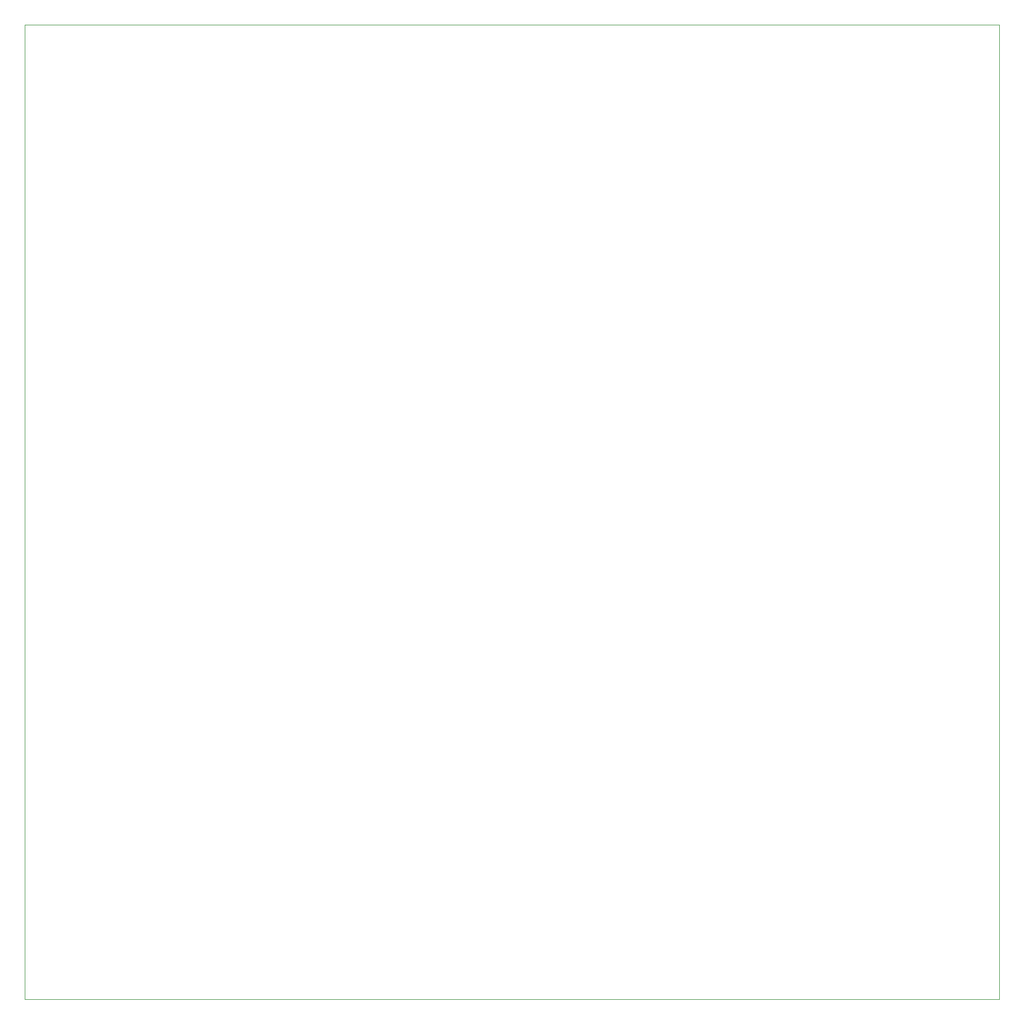
<source format=gbr>
%TF.GenerationSoftware,KiCad,Pcbnew,9.0.2*%
%TF.CreationDate,2025-11-30T20:45:03+05:30*%
%TF.ProjectId,Kratos26,4b726174-6f73-4323-962e-6b696361645f,rev?*%
%TF.SameCoordinates,Original*%
%TF.FileFunction,Profile,NP*%
%FSLAX46Y46*%
G04 Gerber Fmt 4.6, Leading zero omitted, Abs format (unit mm)*
G04 Created by KiCad (PCBNEW 9.0.2) date 2025-11-30 20:45:03*
%MOMM*%
%LPD*%
G01*
G04 APERTURE LIST*
%TA.AperFunction,Profile*%
%ADD10C,0.050000*%
%TD*%
G04 APERTURE END LIST*
D10*
X70500000Y-14500000D02*
X220500000Y-14500000D01*
X220500000Y-164500000D01*
X70500000Y-164500000D01*
X70500000Y-14500000D01*
M02*

</source>
